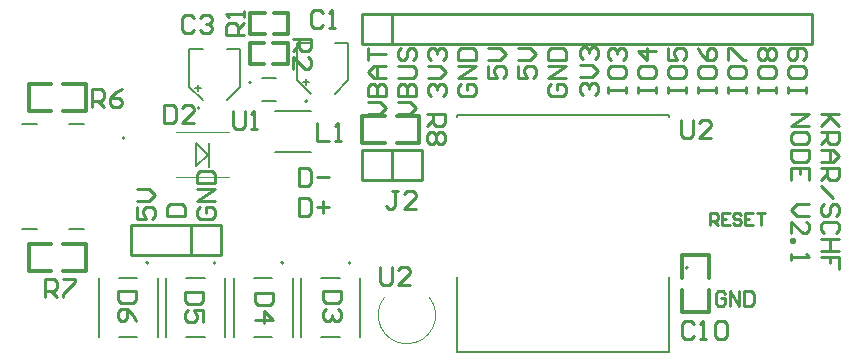
<source format=gbr>
%TF.GenerationSoftware,Altium Limited,Altium Designer,24.0.1 (36)*%
G04 Layer_Color=65535*
%FSLAX45Y45*%
%MOMM*%
%TF.SameCoordinates,DDEBADB9-0EAF-4DA9-B7D3-1C4C0305AAAB*%
%TF.FilePolarity,Positive*%
%TF.FileFunction,Legend,Top*%
%TF.Part,Single*%
G01*
G75*
%TA.AperFunction,NonConductor*%
%ADD38C,0.20000*%
%ADD39C,0.12000*%
%ADD40C,0.25400*%
%ADD41C,0.30480*%
%ADD42C,0.12700*%
%ADD43C,0.10160*%
%ADD44C,0.20320*%
D38*
X5632000Y726000D02*
G03*
X5632000Y726000I-10000J0D01*
G01*
X1061500Y767880D02*
G03*
X1061500Y767880I-10000J0D01*
G01*
X2204500D02*
G03*
X2204500Y767880I-10000J0D01*
G01*
X1633000D02*
G03*
X1633000Y767880I-10000J0D01*
G01*
X2776000D02*
G03*
X2776000Y767880I-10000J0D01*
G01*
X1932800Y2295200D02*
G03*
X1932800Y2295200I-10000J0D01*
G01*
X2410300Y2136400D02*
G03*
X2410300Y2136400I-10000J0D01*
G01*
X1495900Y2080000D02*
G03*
X1495900Y2080000I-10000J0D01*
G01*
X860000Y1825000D02*
G03*
X860000Y1825000I-10000J0D01*
G01*
X390000Y1053000D02*
X515000D01*
X390000Y1947000D02*
X515000D01*
X-10000Y1053000D02*
X118000D01*
X-10000Y1947000D02*
X118000D01*
D39*
X3062536Y478570D02*
G03*
X3441108Y477024I188664J-153120D01*
G01*
D40*
X2873000Y1727000D02*
X3381000D01*
X2873000Y1473000D02*
Y1727000D01*
Y1473000D02*
X3381000D01*
Y1727000D01*
X3127000Y1473000D02*
Y1727000D01*
Y2623000D02*
Y2877000D01*
X2873000Y2623000D02*
Y2877000D01*
Y2877000D02*
X6683000Y2877000D01*
Y2686500D02*
Y2813500D01*
X2873000Y2623000D02*
X6683000Y2623000D01*
Y2686500D01*
Y2813500D02*
Y2877000D01*
X914400Y1092200D02*
X1676400D01*
X914400Y838200D02*
Y1092200D01*
Y838200D02*
X1676400D01*
Y1092200D01*
X1422400Y838200D02*
Y1092200D01*
X5715049Y2209800D02*
Y2260583D01*
Y2235192D01*
X5867400D01*
Y2209800D01*
Y2260583D01*
X5715049Y2412934D02*
Y2362151D01*
X5740441Y2336759D01*
X5842008D01*
X5867400Y2362151D01*
Y2412934D01*
X5842008Y2438326D01*
X5740441D01*
X5715049Y2412934D01*
Y2590677D02*
X5740441Y2539893D01*
X5791225Y2489110D01*
X5842008D01*
X5867400Y2514501D01*
Y2565285D01*
X5842008Y2590677D01*
X5816617D01*
X5791225Y2565285D01*
Y2489110D01*
X6477049Y2209800D02*
Y2260583D01*
Y2235192D01*
X6629400D01*
Y2209800D01*
Y2260583D01*
X6477049Y2412934D02*
Y2362151D01*
X6502441Y2336759D01*
X6604008D01*
X6629400Y2362151D01*
Y2412934D01*
X6604008Y2438326D01*
X6502441D01*
X6477049Y2412934D01*
X6604008Y2489110D02*
X6629400Y2514501D01*
Y2565285D01*
X6604008Y2590677D01*
X6502441D01*
X6477049Y2565285D01*
Y2514501D01*
X6502441Y2489110D01*
X6527833D01*
X6553225Y2514501D01*
Y2590677D01*
X6223049Y2209800D02*
Y2260583D01*
Y2235192D01*
X6375400D01*
Y2209800D01*
Y2260583D01*
X6223049Y2412934D02*
Y2362151D01*
X6248441Y2336759D01*
X6350008D01*
X6375400Y2362151D01*
Y2412934D01*
X6350008Y2438326D01*
X6248441D01*
X6223049Y2412934D01*
X6248441Y2489110D02*
X6223049Y2514501D01*
Y2565285D01*
X6248441Y2590677D01*
X6273833D01*
X6299225Y2565285D01*
X6324617Y2590677D01*
X6350008D01*
X6375400Y2565285D01*
Y2514501D01*
X6350008Y2489110D01*
X6324617D01*
X6299225Y2514501D01*
X6273833Y2489110D01*
X6248441D01*
X6299225Y2514501D02*
Y2565285D01*
X5969049Y2209800D02*
Y2260583D01*
Y2235192D01*
X6121400D01*
Y2209800D01*
Y2260583D01*
X5969049Y2412934D02*
Y2362151D01*
X5994441Y2336759D01*
X6096008D01*
X6121400Y2362151D01*
Y2412934D01*
X6096008Y2438326D01*
X5994441D01*
X5969049Y2412934D01*
Y2489110D02*
Y2590677D01*
X5994441D01*
X6096008Y2489110D01*
X6121400D01*
X5461049Y2209800D02*
Y2260583D01*
Y2235192D01*
X5613400D01*
Y2209800D01*
Y2260583D01*
X5461049Y2412934D02*
Y2362151D01*
X5486441Y2336759D01*
X5588008D01*
X5613400Y2362151D01*
Y2412934D01*
X5588008Y2438326D01*
X5486441D01*
X5461049Y2412934D01*
Y2590677D02*
Y2489110D01*
X5537225D01*
X5511833Y2539893D01*
Y2565285D01*
X5537225Y2590677D01*
X5588008D01*
X5613400Y2565285D01*
Y2514501D01*
X5588008Y2489110D01*
X5207049Y2209800D02*
Y2260583D01*
Y2235192D01*
X5359400D01*
Y2209800D01*
Y2260583D01*
X5207049Y2412934D02*
Y2362151D01*
X5232441Y2336759D01*
X5334008D01*
X5359400Y2362151D01*
Y2412934D01*
X5334008Y2438326D01*
X5232441D01*
X5207049Y2412934D01*
X5359400Y2565285D02*
X5207049D01*
X5283225Y2489110D01*
Y2590677D01*
X4953049Y2209800D02*
Y2260583D01*
Y2235192D01*
X5105400D01*
Y2209800D01*
Y2260583D01*
X4953049Y2412934D02*
Y2362151D01*
X4978441Y2336759D01*
X5080008D01*
X5105400Y2362151D01*
Y2412934D01*
X5080008Y2438326D01*
X4978441D01*
X4953049Y2412934D01*
X4978441Y2489110D02*
X4953049Y2514501D01*
Y2565285D01*
X4978441Y2590677D01*
X5003833D01*
X5029225Y2565285D01*
Y2539893D01*
Y2565285D01*
X5054617Y2590677D01*
X5080008D01*
X5105400Y2565285D01*
Y2514501D01*
X5080008Y2489110D01*
X2921049Y2032000D02*
X3022617D01*
X3073400Y2082783D01*
X3022617Y2133567D01*
X2921049D01*
Y2184351D02*
X3073400D01*
Y2260526D01*
X3048008Y2285918D01*
X3022617D01*
X2997225Y2260526D01*
Y2184351D01*
Y2260526D01*
X2971833Y2285918D01*
X2946441D01*
X2921049Y2260526D01*
Y2184351D01*
X3073400Y2336701D02*
X2971833D01*
X2921049Y2387485D01*
X2971833Y2438269D01*
X3073400D01*
X2997225D01*
Y2336701D01*
X2921049Y2489052D02*
Y2590619D01*
Y2539836D01*
X3073400D01*
X3175049Y2032000D02*
X3276617D01*
X3327400Y2082783D01*
X3276617Y2133567D01*
X3175049D01*
Y2184351D02*
X3327400D01*
Y2260526D01*
X3302008Y2285918D01*
X3276617D01*
X3251225Y2260526D01*
Y2184351D01*
Y2260526D01*
X3225833Y2285918D01*
X3200441D01*
X3175049Y2260526D01*
Y2184351D01*
Y2336701D02*
X3302008D01*
X3327400Y2362093D01*
Y2412877D01*
X3302008Y2438269D01*
X3175049D01*
X3200441Y2590619D02*
X3175049Y2565228D01*
Y2514444D01*
X3200441Y2489052D01*
X3225833D01*
X3251225Y2514444D01*
Y2565228D01*
X3276617Y2590619D01*
X3302008D01*
X3327400Y2565228D01*
Y2514444D01*
X3302008Y2489052D01*
X4738530Y2186825D02*
X4713138Y2212217D01*
Y2263001D01*
X4738530Y2288392D01*
X4763921D01*
X4789313Y2263001D01*
Y2237609D01*
Y2263001D01*
X4814705Y2288392D01*
X4840097D01*
X4865489Y2263001D01*
Y2212217D01*
X4840097Y2186825D01*
X4713138Y2339176D02*
X4814705D01*
X4865489Y2389959D01*
X4814705Y2440743D01*
X4713138D01*
X4738530Y2491527D02*
X4713138Y2516919D01*
Y2567702D01*
X4738530Y2593094D01*
X4763921D01*
X4789313Y2567702D01*
Y2542310D01*
Y2567702D01*
X4814705Y2593094D01*
X4840097D01*
X4865489Y2567702D01*
Y2516919D01*
X4840097Y2491527D01*
X3454441Y2184400D02*
X3429049Y2209792D01*
Y2260575D01*
X3454441Y2285967D01*
X3479833D01*
X3505225Y2260575D01*
Y2235183D01*
Y2260575D01*
X3530617Y2285967D01*
X3556008D01*
X3581400Y2260575D01*
Y2209792D01*
X3556008Y2184400D01*
X3429049Y2336751D02*
X3530617D01*
X3581400Y2387534D01*
X3530617Y2438318D01*
X3429049D01*
X3454441Y2489101D02*
X3429049Y2514493D01*
Y2565277D01*
X3454441Y2590669D01*
X3479833D01*
X3505225Y2565277D01*
Y2539885D01*
Y2565277D01*
X3530617Y2590669D01*
X3556008D01*
X3581400Y2565277D01*
Y2514493D01*
X3556008Y2489101D01*
X4191049Y2438367D02*
Y2336800D01*
X4267225D01*
X4241833Y2387583D01*
Y2412975D01*
X4267225Y2438367D01*
X4318008D01*
X4343400Y2412975D01*
Y2362192D01*
X4318008Y2336800D01*
X4191049Y2489151D02*
X4292617D01*
X4343400Y2539934D01*
X4292617Y2590718D01*
X4191049D01*
X3937049Y2438367D02*
Y2336800D01*
X4013225D01*
X3987833Y2387583D01*
Y2412975D01*
X4013225Y2438367D01*
X4064008D01*
X4089400Y2412975D01*
Y2362192D01*
X4064008Y2336800D01*
X3937049Y2489151D02*
X4038617D01*
X4089400Y2539934D01*
X4038617Y2590718D01*
X3937049D01*
X4470441Y2285967D02*
X4445049Y2260575D01*
Y2209792D01*
X4470441Y2184400D01*
X4572008D01*
X4597400Y2209792D01*
Y2260575D01*
X4572008Y2285967D01*
X4521225D01*
Y2235183D01*
X4597400Y2336751D02*
X4445049D01*
X4597400Y2438318D01*
X4445049D01*
Y2489101D02*
X4597400D01*
Y2565277D01*
X4572008Y2590669D01*
X4470441D01*
X4445049Y2565277D01*
Y2489101D01*
X3708441Y2285967D02*
X3683049Y2260575D01*
Y2209792D01*
X3708441Y2184400D01*
X3810008D01*
X3835400Y2209792D01*
Y2260575D01*
X3810008Y2285967D01*
X3759225D01*
Y2235183D01*
X3835400Y2336751D02*
X3683049D01*
X3835400Y2438318D01*
X3683049D01*
Y2489101D02*
X3835400D01*
Y2565277D01*
X3810008Y2590669D01*
X3708441D01*
X3683049Y2565277D01*
Y2489101D01*
X965249Y1244567D02*
Y1143000D01*
X1041425D01*
X1016033Y1193783D01*
Y1219175D01*
X1041425Y1244567D01*
X1092208D01*
X1117600Y1219175D01*
Y1168392D01*
X1092208Y1143000D01*
X965249Y1295351D02*
X1066817D01*
X1117600Y1346134D01*
X1066817Y1396918D01*
X965249D01*
X1219249Y1168400D02*
X1371600D01*
Y1244575D01*
X1346208Y1269967D01*
X1244641D01*
X1219249Y1244575D01*
Y1168400D01*
X1498641Y1244567D02*
X1473249Y1219175D01*
Y1168392D01*
X1498641Y1143000D01*
X1600208D01*
X1625600Y1168392D01*
Y1219175D01*
X1600208Y1244567D01*
X1549425D01*
Y1193783D01*
X1625600Y1295351D02*
X1473249D01*
X1625600Y1396918D01*
X1473249D01*
Y1447701D02*
X1625600D01*
Y1523877D01*
X1600208Y1549269D01*
X1498641D01*
X1473249Y1523877D01*
Y1447701D01*
X2336800Y1574751D02*
Y1422400D01*
X2412975D01*
X2438367Y1447792D01*
Y1549359D01*
X2412975Y1574751D01*
X2336800D01*
X2489151Y1498575D02*
X2590718D01*
X2336800Y1320751D02*
Y1168400D01*
X2412975D01*
X2438367Y1193792D01*
Y1295359D01*
X2412975Y1320751D01*
X2336800D01*
X2489151Y1244575D02*
X2590718D01*
X2539934Y1295359D02*
Y1193792D01*
X6502400Y2032000D02*
X6654751D01*
X6502400Y1930433D01*
X6654751D01*
Y1803474D02*
Y1854257D01*
X6629359Y1879649D01*
X6527792D01*
X6502400Y1854257D01*
Y1803474D01*
X6527792Y1778082D01*
X6629359D01*
X6654751Y1803474D01*
Y1727299D02*
X6502400D01*
Y1651123D01*
X6527792Y1625731D01*
X6629359D01*
X6654751Y1651123D01*
Y1727299D01*
Y1473381D02*
Y1574948D01*
X6502400D01*
Y1473381D01*
X6578575Y1574948D02*
Y1524164D01*
X6654751Y1270246D02*
X6553183D01*
X6502400Y1219463D01*
X6553183Y1168679D01*
X6654751D01*
X6502400Y1016328D02*
Y1117896D01*
X6603967Y1016328D01*
X6629359D01*
X6654751Y1041720D01*
Y1092504D01*
X6629359Y1117896D01*
X6502400Y965545D02*
X6527792D01*
Y940153D01*
X6502400D01*
Y965545D01*
Y838586D02*
Y787803D01*
Y813194D01*
X6654751D01*
X6629359Y838586D01*
X6908751Y2032000D02*
X6756400D01*
X6807183D01*
X6908751Y1930433D01*
X6832575Y2006608D01*
X6756400Y1930433D01*
Y1879649D02*
X6908751D01*
Y1803474D01*
X6883359Y1778082D01*
X6832575D01*
X6807183Y1803474D01*
Y1879649D01*
Y1828866D02*
X6756400Y1778082D01*
Y1727299D02*
X6857967D01*
X6908751Y1676515D01*
X6857967Y1625731D01*
X6756400D01*
X6832575D01*
Y1727299D01*
X6756400Y1574948D02*
X6908751D01*
Y1498772D01*
X6883359Y1473381D01*
X6832575D01*
X6807183Y1498772D01*
Y1574948D01*
Y1524164D02*
X6756400Y1473381D01*
Y1422597D02*
X6857967Y1321030D01*
X6883359Y1168679D02*
X6908751Y1194071D01*
Y1244855D01*
X6883359Y1270246D01*
X6857967D01*
X6832575Y1244855D01*
Y1194071D01*
X6807183Y1168679D01*
X6781792D01*
X6756400Y1194071D01*
Y1244855D01*
X6781792Y1270246D01*
X6883359Y1016328D02*
X6908751Y1041720D01*
Y1092504D01*
X6883359Y1117896D01*
X6781792D01*
X6756400Y1092504D01*
Y1041720D01*
X6781792Y1016328D01*
X6908751Y965545D02*
X6756400D01*
X6832575D01*
Y863978D01*
X6908751D01*
X6756400D01*
X6908751Y711627D02*
Y813194D01*
X6832575D01*
Y762411D01*
Y813194D01*
X6756400D01*
X5947374Y506368D02*
X5927381Y526361D01*
X5887394D01*
X5867400Y506368D01*
Y426394D01*
X5887394Y406400D01*
X5927381D01*
X5947374Y426394D01*
Y466381D01*
X5907387D01*
X5987361Y406400D02*
Y526361D01*
X6067335Y406400D01*
Y526361D01*
X6107322D02*
Y406400D01*
X6167303D01*
X6187296Y426394D01*
Y506368D01*
X6167303Y526361D01*
X6107322D01*
X5816600Y1092200D02*
Y1192168D01*
X5866584D01*
X5883245Y1175506D01*
Y1142184D01*
X5866584Y1125523D01*
X5816600D01*
X5849923D02*
X5883245Y1092200D01*
X5983213Y1192168D02*
X5916568D01*
Y1092200D01*
X5983213D01*
X5916568Y1142184D02*
X5949890D01*
X6083181Y1175506D02*
X6066519Y1192168D01*
X6033197D01*
X6016536Y1175506D01*
Y1158845D01*
X6033197Y1142184D01*
X6066519D01*
X6083181Y1125523D01*
Y1108861D01*
X6066519Y1092200D01*
X6033197D01*
X6016536Y1108861D01*
X6183148Y1192168D02*
X6116503D01*
Y1092200D01*
X6183148D01*
X6116503Y1142184D02*
X6149826D01*
X6216471Y1192168D02*
X6283116D01*
X6249794D01*
Y1092200D01*
X3423825Y2026959D02*
X3576175D01*
Y1950784D01*
X3550784Y1925392D01*
X3500000D01*
X3474608Y1950784D01*
Y2026959D01*
Y1976175D02*
X3423825Y1925392D01*
X3550784Y1874608D02*
X3576175Y1849216D01*
Y1798433D01*
X3550784Y1773041D01*
X3525392D01*
X3500000Y1798433D01*
X3474608Y1773041D01*
X3449217D01*
X3423825Y1798433D01*
Y1849216D01*
X3449217Y1874608D01*
X3474608D01*
X3500000Y1849216D01*
X3525392Y1874608D01*
X3550784D01*
X3500000Y1849216D02*
Y1798433D01*
X3174608Y1376175D02*
X3123825D01*
X3149216D01*
Y1249216D01*
X3123825Y1223825D01*
X3098433D01*
X3073041Y1249216D01*
X3326959Y1223825D02*
X3225392D01*
X3326959Y1325392D01*
Y1350783D01*
X3301567Y1376175D01*
X3250784D01*
X3225392Y1350783D01*
X5573041Y1976175D02*
Y1849217D01*
X5598433Y1823825D01*
X5649217D01*
X5674608Y1849217D01*
Y1976175D01*
X5826959Y1823825D02*
X5725392D01*
X5826959Y1925392D01*
Y1950784D01*
X5801567Y1976175D01*
X5750784D01*
X5725392Y1950784D01*
X957676Y533339D02*
X805325D01*
Y457163D01*
X830717Y431771D01*
X932284D01*
X957676Y457163D01*
Y533339D01*
Y279421D02*
X932284Y330204D01*
X881500Y380988D01*
X830717D01*
X805325Y355596D01*
Y304812D01*
X830717Y279421D01*
X856108D01*
X881500Y304812D01*
Y380988D01*
X1196360Y2108271D02*
Y1955920D01*
X1272535D01*
X1297927Y1981312D01*
Y2082879D01*
X1272535Y2108271D01*
X1196360D01*
X1450278Y1955920D02*
X1348711D01*
X1450278Y2057487D01*
Y2082879D01*
X1424886Y2108271D01*
X1374103D01*
X1348711Y2082879D01*
X1778033Y2057375D02*
Y1930417D01*
X1803425Y1905025D01*
X1854208D01*
X1879600Y1930417D01*
Y2057375D01*
X1930384Y1905025D02*
X1981167D01*
X1955776D01*
Y2057375D01*
X1930384Y2031983D01*
X3027700Y729051D02*
Y602092D01*
X3053092Y576700D01*
X3103875D01*
X3129267Y602092D01*
Y729051D01*
X3281618Y576700D02*
X3180051D01*
X3281618Y678267D01*
Y703659D01*
X3256226Y729051D01*
X3205443D01*
X3180051Y703659D01*
X2286025Y2666959D02*
X2438375D01*
Y2590783D01*
X2412983Y2565392D01*
X2362200D01*
X2336808Y2590783D01*
Y2666959D01*
Y2616175D02*
X2286025Y2565392D01*
Y2413041D02*
Y2514608D01*
X2387592Y2413041D01*
X2412983D01*
X2438375Y2438433D01*
Y2489216D01*
X2412983Y2514608D01*
X1874495Y2700053D02*
X1722145D01*
Y2776228D01*
X1747537Y2801620D01*
X1798320D01*
X1823712Y2776228D01*
Y2700053D01*
Y2750837D02*
X1874495Y2801620D01*
Y2852404D02*
Y2903187D01*
Y2877796D01*
X1722145D01*
X1747537Y2852404D01*
X2489233Y1955775D02*
Y1803425D01*
X2590800D01*
X2641584D02*
X2692367D01*
X2666976D01*
Y1955775D01*
X2641584Y1930383D01*
X5679469Y246363D02*
X5654077Y271755D01*
X5603294D01*
X5577902Y246363D01*
Y144797D01*
X5603294Y119405D01*
X5654077D01*
X5679469Y144797D01*
X5730252Y119405D02*
X5781036D01*
X5755644D01*
Y271755D01*
X5730252Y246363D01*
X5857211D02*
X5882603Y271755D01*
X5933387D01*
X5958779Y246363D01*
Y144797D01*
X5933387Y119405D01*
X5882603D01*
X5857211Y144797D01*
Y246363D01*
X190541Y482625D02*
Y634975D01*
X266717D01*
X292108Y609583D01*
Y558800D01*
X266717Y533408D01*
X190541D01*
X241325D02*
X292108Y482625D01*
X342892Y634975D02*
X444459D01*
Y609583D01*
X342892Y508017D01*
Y482625D01*
X581701Y2090445D02*
Y2242795D01*
X657877D01*
X683268Y2217403D01*
Y2166620D01*
X657877Y2141228D01*
X581701D01*
X632485D02*
X683268Y2090445D01*
X835619Y2242795D02*
X784835Y2217403D01*
X734052Y2166620D01*
Y2115837D01*
X759444Y2090445D01*
X810227D01*
X835619Y2115837D01*
Y2141228D01*
X810227Y2166620D01*
X734052D01*
X1529175Y519839D02*
X1376825D01*
Y443663D01*
X1402216Y418271D01*
X1503783D01*
X1529175Y443663D01*
Y519839D01*
Y265921D02*
Y367488D01*
X1453000D01*
X1478392Y316704D01*
Y291313D01*
X1453000Y265921D01*
X1402216D01*
X1376825Y291313D01*
Y342096D01*
X1402216Y367488D01*
X2120875Y513039D02*
X1968525D01*
Y436863D01*
X1993917Y411472D01*
X2095483D01*
X2120875Y436863D01*
Y513039D01*
X1968525Y284513D02*
X2120875D01*
X2044700Y360688D01*
Y259121D01*
X2692375Y525739D02*
X2540025D01*
Y449563D01*
X2565417Y424172D01*
X2666983D01*
X2692375Y449563D01*
Y525739D01*
X2666983Y373388D02*
X2692375Y347996D01*
Y297213D01*
X2666983Y271821D01*
X2641592D01*
X2616200Y297213D01*
Y322605D01*
Y297213D01*
X2590808Y271821D01*
X2565417D01*
X2540025Y297213D01*
Y347996D01*
X2565417Y373388D01*
X1447808Y2844783D02*
X1422417Y2870175D01*
X1371633D01*
X1346241Y2844783D01*
Y2743217D01*
X1371633Y2717825D01*
X1422417D01*
X1447808Y2743217D01*
X1498592Y2844783D02*
X1523984Y2870175D01*
X1574767D01*
X1600159Y2844783D01*
Y2819392D01*
X1574767Y2794000D01*
X1549375D01*
X1574767D01*
X1600159Y2768608D01*
Y2743217D01*
X1574767Y2717825D01*
X1523984D01*
X1498592Y2743217D01*
X2542540Y2882883D02*
X2517148Y2908275D01*
X2466365D01*
X2440973Y2882883D01*
Y2781317D01*
X2466365Y2755925D01*
X2517148D01*
X2542540Y2781317D01*
X2593324Y2755925D02*
X2644107D01*
X2618716D01*
Y2908275D01*
X2593324Y2882883D01*
D41*
X2873000Y1785700D02*
Y2014300D01*
X3355600Y1785700D02*
Y2014300D01*
X2873000Y1785700D02*
X3063500D01*
X2873000Y2014300D02*
X3063500D01*
X3165100D02*
X3355600D01*
X3165100Y1785700D02*
X3355600D01*
X5582920Y350520D02*
X5811520D01*
X5582920Y833120D02*
X5811520D01*
Y350520D02*
Y541020D01*
X5582920Y350520D02*
Y541020D01*
Y642620D02*
Y833120D01*
X5811520Y642620D02*
Y833120D01*
X1924050Y2628900D02*
X2038350D01*
X1924050Y2451100D02*
X2038350D01*
X2114550D02*
X2241550D01*
X2114550Y2628900D02*
X2241550D01*
X1924050Y2451100D02*
Y2628900D01*
X2241550Y2451100D02*
Y2628900D01*
X2127250Y2705100D02*
X2241550D01*
X2127250Y2882900D02*
X2241550D01*
X1924050D02*
X2051050D01*
X1924050Y2705100D02*
X2051050D01*
X2241550D02*
Y2882900D01*
X1924050Y2705100D02*
Y2882900D01*
X530860Y2052320D02*
Y2280920D01*
X48260Y2052320D02*
Y2280920D01*
X340360D02*
X530860D01*
X340360Y2052320D02*
X530860D01*
X48260D02*
X238760D01*
X48260Y2280920D02*
X238760D01*
X533400Y698500D02*
Y927100D01*
X50800Y698500D02*
Y927100D01*
X342900D02*
X533400D01*
X342900Y698500D02*
X533400D01*
X50800D02*
X241300D01*
X50800Y927100D02*
X241300D01*
D42*
X3672000Y16000D02*
X5472000D01*
X3672000D02*
Y649000D01*
Y2016000D02*
X5472000D01*
Y16000D02*
Y649000D01*
X3672000Y2003000D02*
Y2016000D01*
X5472000Y2003000D02*
Y2016000D01*
X641500Y142880D02*
Y642880D01*
X1141500Y142880D02*
Y642880D01*
X812850D02*
X970150D01*
X812850Y142880D02*
X970150D01*
X1955850D02*
X2113150D01*
X1955850Y642880D02*
X2113150D01*
X2284500Y142880D02*
Y642880D01*
X1784500Y142880D02*
Y642880D01*
X1213000Y142880D02*
Y642880D01*
X1713000Y142880D02*
Y642880D01*
X1384350D02*
X1541650D01*
X1384350Y142880D02*
X1541650D01*
X2527350D02*
X2684650D01*
X2527350Y642880D02*
X2684650D01*
X2856000Y142880D02*
Y642880D01*
X2356000Y142880D02*
Y642880D01*
X2136000Y2049600D02*
X2436000D01*
X2136000Y1709600D02*
X2436000D01*
X2022800Y2332700D02*
X2142800D01*
X2022800Y2137700D02*
X2142800D01*
X2400300Y2276100D02*
Y2326900D01*
X2374900Y2301500D02*
X2425700D01*
X2642500Y2630800D02*
X2755000D01*
X2325000D02*
X2437500D01*
X2755000Y2315800D02*
Y2630800D01*
X2640000Y2200800D02*
X2755000Y2315800D01*
X2325000Y2313300D02*
Y2630800D01*
Y2313300D02*
X2438750Y2199550D01*
X1410600Y2256900D02*
X1524350Y2143150D01*
X1410600Y2256900D02*
Y2574400D01*
X1725600Y2144400D02*
X1840600Y2259400D01*
Y2574400D01*
X1410600D02*
X1523100D01*
X1728100D02*
X1840600D01*
X1460500Y2245100D02*
X1511300D01*
X1485900Y2219700D02*
Y2270500D01*
D43*
X1294420Y1493520D02*
X1746540D01*
X1294420Y1874520D02*
X1746540D01*
D44*
X1468980Y1584020D02*
X1571280Y1684020D01*
X1468980Y1784020D02*
X1571280Y1684020D01*
X1468980Y1584020D02*
Y1784020D01*
X1577180Y1582420D02*
Y1785620D01*
%TF.MD5,badea05abbdedd72af49409084b1d412*%
M02*

</source>
